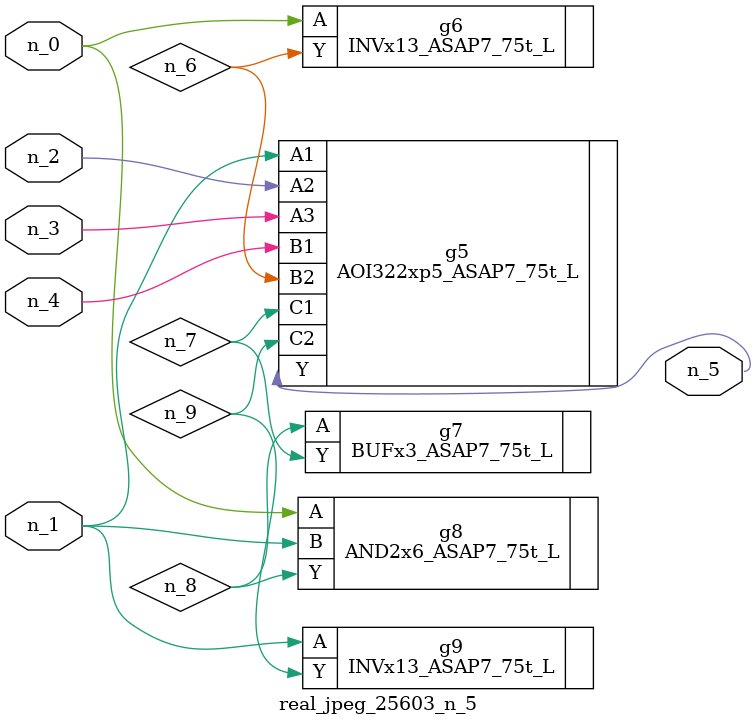
<source format=v>
module real_jpeg_25603_n_5 (n_4, n_0, n_1, n_2, n_3, n_5);

input n_4;
input n_0;
input n_1;
input n_2;
input n_3;

output n_5;

wire n_8;
wire n_6;
wire n_7;
wire n_9;

INVx13_ASAP7_75t_L g6 ( 
.A(n_0),
.Y(n_6)
);

AND2x6_ASAP7_75t_L g8 ( 
.A(n_0),
.B(n_1),
.Y(n_8)
);

AOI322xp5_ASAP7_75t_L g5 ( 
.A1(n_1),
.A2(n_2),
.A3(n_3),
.B1(n_4),
.B2(n_6),
.C1(n_7),
.C2(n_9),
.Y(n_5)
);

INVx13_ASAP7_75t_L g9 ( 
.A(n_1),
.Y(n_9)
);

BUFx3_ASAP7_75t_L g7 ( 
.A(n_8),
.Y(n_7)
);


endmodule
</source>
